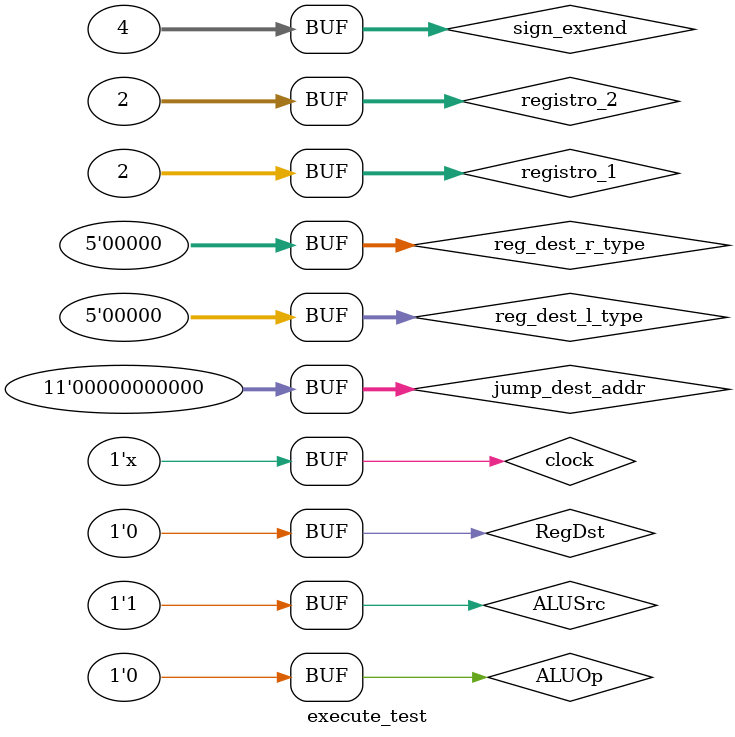
<source format=v>
`timescale 1ns / 1ps


module execute_test;

	// Inputs
	reg clock;
	reg ALUSrc;
	reg RegDst;
	reg ALUOp;
	reg [31:0] registro_1;
	reg [31:0] registro_2;
	reg [31:0] sign_extend;
	reg [10:0] jump_dest_addr;
	reg [4:0] reg_dest_r_type;
	reg [4:0] reg_dest_l_type;

	// Outputs
	wire [31:0] result_out;
	wire [31:0] registro_2_out;
	wire [4:0] reg_dest_out;
	wire [10:0] jump_dest_addr_out;
	wire zero_signal_out;

	// Instantiate the Unit Under Test (UUT)
	execute uut (
		.clock(clock), 
		.ALUSrc(ALUSrc), 
		.RegDst(RegDst), 
		.ALUOp(ALUOp), 
		.registro_1(registro_1), 
		.registro_2(registro_2), 
		.sign_extend(sign_extend), 
		.jump_dest_addr(jump_dest_addr), 
		.reg_dest_r_type(reg_dest_r_type), 
		.reg_dest_l_type(reg_dest_l_type), 
		.result_out(result_out), 
		.registro_2_out(registro_2_out), 
		.reg_dest_out(reg_dest_out), 
		.jump_dest_addr_out(jump_dest_addr_out), 
		.zero_signal_out(zero_signal_out)
	);
	
	always #1 clock = ~clock;

	initial begin
		// Initialize Inputs
		clock = 0;
		ALUSrc = 0;
		RegDst = 0;
		ALUOp = 0;
		registro_1 = 0;
		registro_2 = 0;
		sign_extend = 0;
		jump_dest_addr = 0;
		reg_dest_r_type = 0;
		reg_dest_l_type = 0;

		// Wait 100 ns for global reset to finish
		#100;
		
      registro_1 = 32'b10;
		registro_2 = 32'b10;
		sign_extend = 32'b100;
		#2;
		ALUOp=1;
		#2;
		ALUSrc=1;
		#2;
		ALUOp=0;
		#2;
		// Add stimulus here

	end
      
endmodule


</source>
